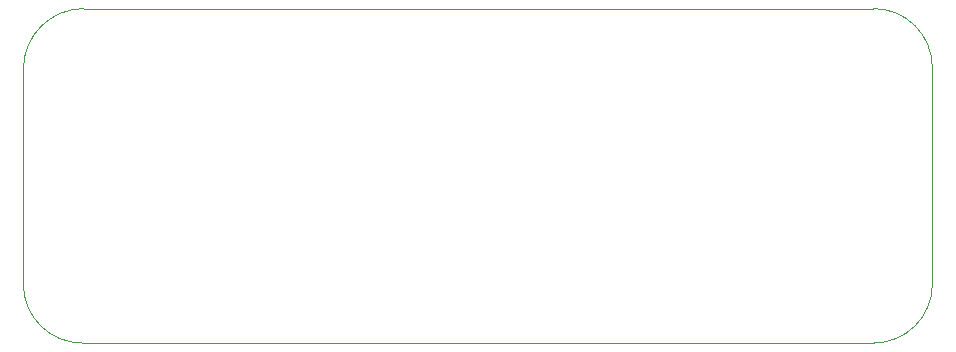
<source format=gm1>
G04*
G04 #@! TF.GenerationSoftware,Altium Limited,Altium Designer,19.1.5 (86)*
G04*
G04 Layer_Color=16711935*
%FSLAX25Y25*%
%MOIN*%
G70*
G01*
G75*
%ADD17C,0.00394*%
D17*
X120216Y469000D02*
G03*
X100000Y448784I0J-20216D01*
G01*
Y377124D02*
G03*
X119624Y357500I19624J0D01*
G01*
X383438D02*
G03*
X403000Y377062I0J19562D01*
G01*
Y449376D02*
G03*
X383376Y469000I-19624J0D01*
G01*
X100000Y377124D02*
Y448784D01*
X119624Y357500D02*
X383438D01*
X403000Y377062D02*
Y449376D01*
X120216Y469000D02*
X383376D01*
M02*

</source>
